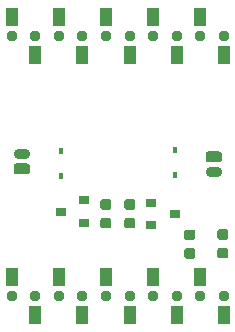
<source format=gts>
G04 #@! TF.GenerationSoftware,KiCad,Pcbnew,(5.1.5)-3*
G04 #@! TF.CreationDate,2019-12-07T13:31:04+02:00*
G04 #@! TF.ProjectId,template,74656d70-6c61-4746-952e-6b696361645f,A*
G04 #@! TF.SameCoordinates,Original*
G04 #@! TF.FileFunction,Soldermask,Top*
G04 #@! TF.FilePolarity,Negative*
%FSLAX46Y46*%
G04 Gerber Fmt 4.6, Leading zero omitted, Abs format (unit mm)*
G04 Created by KiCad (PCBNEW (5.1.5)-3) date 2019-12-07 13:31:04*
%MOMM*%
%LPD*%
G04 APERTURE LIST*
%ADD10R,1.000000X1.600000*%
%ADD11C,0.950000*%
%ADD12R,0.450000X0.600000*%
%ADD13C,0.150000*%
%ADD14O,1.400000X0.900000*%
%ADD15R,0.900000X0.800000*%
G04 APERTURE END LIST*
D10*
X148001000Y-87600920D03*
X146001000Y-84400920D03*
X144001000Y-87600920D03*
X142001000Y-84400920D03*
X140001000Y-87600920D03*
X138001000Y-84400920D03*
X136001000Y-87600920D03*
X134001000Y-84400920D03*
X132001000Y-87600920D03*
X130001000Y-84400920D03*
D11*
X148001000Y-86000920D03*
X146001000Y-86000920D03*
X144001000Y-86000920D03*
X142001000Y-86000920D03*
X140001000Y-86000920D03*
X138001000Y-86000920D03*
X136001000Y-86000920D03*
X134001000Y-86000920D03*
X132001000Y-86000920D03*
X130001000Y-86000920D03*
D10*
X148001000Y-109600920D03*
X146001000Y-106400920D03*
X144001000Y-109600920D03*
X142001000Y-106400920D03*
X140001000Y-109600920D03*
X138001000Y-106400920D03*
X136001000Y-109600920D03*
X134001000Y-106400920D03*
X132001000Y-109600920D03*
X130001000Y-106400920D03*
D11*
X148001000Y-108000920D03*
X146001000Y-108000920D03*
X144001000Y-108000920D03*
X142001000Y-108000920D03*
X140001000Y-108000920D03*
X138001000Y-108000920D03*
X136001000Y-108000920D03*
X134001000Y-108000920D03*
X132001000Y-108000920D03*
X130001000Y-108000920D03*
D12*
X134175000Y-95730920D03*
X134175000Y-97830920D03*
X143827000Y-97796920D03*
X143827000Y-95696920D03*
D13*
G36*
X131370054Y-96806003D02*
G01*
X131391895Y-96809243D01*
X131413314Y-96814608D01*
X131434104Y-96822047D01*
X131454064Y-96831488D01*
X131473003Y-96842839D01*
X131490738Y-96855993D01*
X131507099Y-96870821D01*
X131521927Y-96887182D01*
X131535081Y-96904917D01*
X131546432Y-96923856D01*
X131555873Y-96943816D01*
X131563312Y-96964606D01*
X131568677Y-96986025D01*
X131571917Y-97007866D01*
X131573000Y-97029920D01*
X131573000Y-97479920D01*
X131571917Y-97501974D01*
X131568677Y-97523815D01*
X131563312Y-97545234D01*
X131555873Y-97566024D01*
X131546432Y-97585984D01*
X131535081Y-97604923D01*
X131521927Y-97622658D01*
X131507099Y-97639019D01*
X131490738Y-97653847D01*
X131473003Y-97667001D01*
X131454064Y-97678352D01*
X131434104Y-97687793D01*
X131413314Y-97695232D01*
X131391895Y-97700597D01*
X131370054Y-97703837D01*
X131348000Y-97704920D01*
X130398000Y-97704920D01*
X130375946Y-97703837D01*
X130354105Y-97700597D01*
X130332686Y-97695232D01*
X130311896Y-97687793D01*
X130291936Y-97678352D01*
X130272997Y-97667001D01*
X130255262Y-97653847D01*
X130238901Y-97639019D01*
X130224073Y-97622658D01*
X130210919Y-97604923D01*
X130199568Y-97585984D01*
X130190127Y-97566024D01*
X130182688Y-97545234D01*
X130177323Y-97523815D01*
X130174083Y-97501974D01*
X130173000Y-97479920D01*
X130173000Y-97029920D01*
X130174083Y-97007866D01*
X130177323Y-96986025D01*
X130182688Y-96964606D01*
X130190127Y-96943816D01*
X130199568Y-96923856D01*
X130210919Y-96904917D01*
X130224073Y-96887182D01*
X130238901Y-96870821D01*
X130255262Y-96855993D01*
X130272997Y-96842839D01*
X130291936Y-96831488D01*
X130311896Y-96822047D01*
X130332686Y-96814608D01*
X130354105Y-96809243D01*
X130375946Y-96806003D01*
X130398000Y-96804920D01*
X131348000Y-96804920D01*
X131370054Y-96806003D01*
G37*
D14*
X130873000Y-96004920D03*
X147129000Y-97488920D03*
D13*
G36*
X147626054Y-95790003D02*
G01*
X147647895Y-95793243D01*
X147669314Y-95798608D01*
X147690104Y-95806047D01*
X147710064Y-95815488D01*
X147729003Y-95826839D01*
X147746738Y-95839993D01*
X147763099Y-95854821D01*
X147777927Y-95871182D01*
X147791081Y-95888917D01*
X147802432Y-95907856D01*
X147811873Y-95927816D01*
X147819312Y-95948606D01*
X147824677Y-95970025D01*
X147827917Y-95991866D01*
X147829000Y-96013920D01*
X147829000Y-96463920D01*
X147827917Y-96485974D01*
X147824677Y-96507815D01*
X147819312Y-96529234D01*
X147811873Y-96550024D01*
X147802432Y-96569984D01*
X147791081Y-96588923D01*
X147777927Y-96606658D01*
X147763099Y-96623019D01*
X147746738Y-96637847D01*
X147729003Y-96651001D01*
X147710064Y-96662352D01*
X147690104Y-96671793D01*
X147669314Y-96679232D01*
X147647895Y-96684597D01*
X147626054Y-96687837D01*
X147604000Y-96688920D01*
X146654000Y-96688920D01*
X146631946Y-96687837D01*
X146610105Y-96684597D01*
X146588686Y-96679232D01*
X146567896Y-96671793D01*
X146547936Y-96662352D01*
X146528997Y-96651001D01*
X146511262Y-96637847D01*
X146494901Y-96623019D01*
X146480073Y-96606658D01*
X146466919Y-96588923D01*
X146455568Y-96569984D01*
X146446127Y-96550024D01*
X146438688Y-96529234D01*
X146433323Y-96507815D01*
X146430083Y-96485974D01*
X146429000Y-96463920D01*
X146429000Y-96013920D01*
X146430083Y-95991866D01*
X146433323Y-95970025D01*
X146438688Y-95948606D01*
X146446127Y-95927816D01*
X146455568Y-95907856D01*
X146466919Y-95888917D01*
X146480073Y-95871182D01*
X146494901Y-95854821D01*
X146511262Y-95839993D01*
X146528997Y-95826839D01*
X146547936Y-95815488D01*
X146567896Y-95806047D01*
X146588686Y-95798608D01*
X146610105Y-95793243D01*
X146631946Y-95790003D01*
X146654000Y-95788920D01*
X147604000Y-95788920D01*
X147626054Y-95790003D01*
G37*
D15*
X136175000Y-101826920D03*
X136175000Y-99926920D03*
X134175000Y-100876920D03*
X143827000Y-101064920D03*
X141827000Y-102014920D03*
X141827000Y-100114920D03*
D13*
G36*
X148168691Y-103955973D02*
G01*
X148189926Y-103959123D01*
X148210750Y-103964339D01*
X148230962Y-103971571D01*
X148250368Y-103980750D01*
X148268781Y-103991786D01*
X148286024Y-104004574D01*
X148301930Y-104018990D01*
X148316346Y-104034896D01*
X148329134Y-104052139D01*
X148340170Y-104070552D01*
X148349349Y-104089958D01*
X148356581Y-104110170D01*
X148361797Y-104130994D01*
X148364947Y-104152229D01*
X148366000Y-104173670D01*
X148366000Y-104611170D01*
X148364947Y-104632611D01*
X148361797Y-104653846D01*
X148356581Y-104674670D01*
X148349349Y-104694882D01*
X148340170Y-104714288D01*
X148329134Y-104732701D01*
X148316346Y-104749944D01*
X148301930Y-104765850D01*
X148286024Y-104780266D01*
X148268781Y-104793054D01*
X148250368Y-104804090D01*
X148230962Y-104813269D01*
X148210750Y-104820501D01*
X148189926Y-104825717D01*
X148168691Y-104828867D01*
X148147250Y-104829920D01*
X147634750Y-104829920D01*
X147613309Y-104828867D01*
X147592074Y-104825717D01*
X147571250Y-104820501D01*
X147551038Y-104813269D01*
X147531632Y-104804090D01*
X147513219Y-104793054D01*
X147495976Y-104780266D01*
X147480070Y-104765850D01*
X147465654Y-104749944D01*
X147452866Y-104732701D01*
X147441830Y-104714288D01*
X147432651Y-104694882D01*
X147425419Y-104674670D01*
X147420203Y-104653846D01*
X147417053Y-104632611D01*
X147416000Y-104611170D01*
X147416000Y-104173670D01*
X147417053Y-104152229D01*
X147420203Y-104130994D01*
X147425419Y-104110170D01*
X147432651Y-104089958D01*
X147441830Y-104070552D01*
X147452866Y-104052139D01*
X147465654Y-104034896D01*
X147480070Y-104018990D01*
X147495976Y-104004574D01*
X147513219Y-103991786D01*
X147531632Y-103980750D01*
X147551038Y-103971571D01*
X147571250Y-103964339D01*
X147592074Y-103959123D01*
X147613309Y-103955973D01*
X147634750Y-103954920D01*
X148147250Y-103954920D01*
X148168691Y-103955973D01*
G37*
G36*
X148168691Y-102380973D02*
G01*
X148189926Y-102384123D01*
X148210750Y-102389339D01*
X148230962Y-102396571D01*
X148250368Y-102405750D01*
X148268781Y-102416786D01*
X148286024Y-102429574D01*
X148301930Y-102443990D01*
X148316346Y-102459896D01*
X148329134Y-102477139D01*
X148340170Y-102495552D01*
X148349349Y-102514958D01*
X148356581Y-102535170D01*
X148361797Y-102555994D01*
X148364947Y-102577229D01*
X148366000Y-102598670D01*
X148366000Y-103036170D01*
X148364947Y-103057611D01*
X148361797Y-103078846D01*
X148356581Y-103099670D01*
X148349349Y-103119882D01*
X148340170Y-103139288D01*
X148329134Y-103157701D01*
X148316346Y-103174944D01*
X148301930Y-103190850D01*
X148286024Y-103205266D01*
X148268781Y-103218054D01*
X148250368Y-103229090D01*
X148230962Y-103238269D01*
X148210750Y-103245501D01*
X148189926Y-103250717D01*
X148168691Y-103253867D01*
X148147250Y-103254920D01*
X147634750Y-103254920D01*
X147613309Y-103253867D01*
X147592074Y-103250717D01*
X147571250Y-103245501D01*
X147551038Y-103238269D01*
X147531632Y-103229090D01*
X147513219Y-103218054D01*
X147495976Y-103205266D01*
X147480070Y-103190850D01*
X147465654Y-103174944D01*
X147452866Y-103157701D01*
X147441830Y-103139288D01*
X147432651Y-103119882D01*
X147425419Y-103099670D01*
X147420203Y-103078846D01*
X147417053Y-103057611D01*
X147416000Y-103036170D01*
X147416000Y-102598670D01*
X147417053Y-102577229D01*
X147420203Y-102555994D01*
X147425419Y-102535170D01*
X147432651Y-102514958D01*
X147441830Y-102495552D01*
X147452866Y-102477139D01*
X147465654Y-102459896D01*
X147480070Y-102443990D01*
X147495976Y-102429574D01*
X147513219Y-102416786D01*
X147531632Y-102405750D01*
X147551038Y-102396571D01*
X147571250Y-102389339D01*
X147592074Y-102384123D01*
X147613309Y-102380973D01*
X147634750Y-102379920D01*
X148147250Y-102379920D01*
X148168691Y-102380973D01*
G37*
G36*
X138262691Y-101415973D02*
G01*
X138283926Y-101419123D01*
X138304750Y-101424339D01*
X138324962Y-101431571D01*
X138344368Y-101440750D01*
X138362781Y-101451786D01*
X138380024Y-101464574D01*
X138395930Y-101478990D01*
X138410346Y-101494896D01*
X138423134Y-101512139D01*
X138434170Y-101530552D01*
X138443349Y-101549958D01*
X138450581Y-101570170D01*
X138455797Y-101590994D01*
X138458947Y-101612229D01*
X138460000Y-101633670D01*
X138460000Y-102071170D01*
X138458947Y-102092611D01*
X138455797Y-102113846D01*
X138450581Y-102134670D01*
X138443349Y-102154882D01*
X138434170Y-102174288D01*
X138423134Y-102192701D01*
X138410346Y-102209944D01*
X138395930Y-102225850D01*
X138380024Y-102240266D01*
X138362781Y-102253054D01*
X138344368Y-102264090D01*
X138324962Y-102273269D01*
X138304750Y-102280501D01*
X138283926Y-102285717D01*
X138262691Y-102288867D01*
X138241250Y-102289920D01*
X137728750Y-102289920D01*
X137707309Y-102288867D01*
X137686074Y-102285717D01*
X137665250Y-102280501D01*
X137645038Y-102273269D01*
X137625632Y-102264090D01*
X137607219Y-102253054D01*
X137589976Y-102240266D01*
X137574070Y-102225850D01*
X137559654Y-102209944D01*
X137546866Y-102192701D01*
X137535830Y-102174288D01*
X137526651Y-102154882D01*
X137519419Y-102134670D01*
X137514203Y-102113846D01*
X137511053Y-102092611D01*
X137510000Y-102071170D01*
X137510000Y-101633670D01*
X137511053Y-101612229D01*
X137514203Y-101590994D01*
X137519419Y-101570170D01*
X137526651Y-101549958D01*
X137535830Y-101530552D01*
X137546866Y-101512139D01*
X137559654Y-101494896D01*
X137574070Y-101478990D01*
X137589976Y-101464574D01*
X137607219Y-101451786D01*
X137625632Y-101440750D01*
X137645038Y-101431571D01*
X137665250Y-101424339D01*
X137686074Y-101419123D01*
X137707309Y-101415973D01*
X137728750Y-101414920D01*
X138241250Y-101414920D01*
X138262691Y-101415973D01*
G37*
G36*
X138262691Y-99840973D02*
G01*
X138283926Y-99844123D01*
X138304750Y-99849339D01*
X138324962Y-99856571D01*
X138344368Y-99865750D01*
X138362781Y-99876786D01*
X138380024Y-99889574D01*
X138395930Y-99903990D01*
X138410346Y-99919896D01*
X138423134Y-99937139D01*
X138434170Y-99955552D01*
X138443349Y-99974958D01*
X138450581Y-99995170D01*
X138455797Y-100015994D01*
X138458947Y-100037229D01*
X138460000Y-100058670D01*
X138460000Y-100496170D01*
X138458947Y-100517611D01*
X138455797Y-100538846D01*
X138450581Y-100559670D01*
X138443349Y-100579882D01*
X138434170Y-100599288D01*
X138423134Y-100617701D01*
X138410346Y-100634944D01*
X138395930Y-100650850D01*
X138380024Y-100665266D01*
X138362781Y-100678054D01*
X138344368Y-100689090D01*
X138324962Y-100698269D01*
X138304750Y-100705501D01*
X138283926Y-100710717D01*
X138262691Y-100713867D01*
X138241250Y-100714920D01*
X137728750Y-100714920D01*
X137707309Y-100713867D01*
X137686074Y-100710717D01*
X137665250Y-100705501D01*
X137645038Y-100698269D01*
X137625632Y-100689090D01*
X137607219Y-100678054D01*
X137589976Y-100665266D01*
X137574070Y-100650850D01*
X137559654Y-100634944D01*
X137546866Y-100617701D01*
X137535830Y-100599288D01*
X137526651Y-100579882D01*
X137519419Y-100559670D01*
X137514203Y-100538846D01*
X137511053Y-100517611D01*
X137510000Y-100496170D01*
X137510000Y-100058670D01*
X137511053Y-100037229D01*
X137514203Y-100015994D01*
X137519419Y-99995170D01*
X137526651Y-99974958D01*
X137535830Y-99955552D01*
X137546866Y-99937139D01*
X137559654Y-99919896D01*
X137574070Y-99903990D01*
X137589976Y-99889574D01*
X137607219Y-99876786D01*
X137625632Y-99865750D01*
X137645038Y-99856571D01*
X137665250Y-99849339D01*
X137686074Y-99844123D01*
X137707309Y-99840973D01*
X137728750Y-99839920D01*
X138241250Y-99839920D01*
X138262691Y-99840973D01*
G37*
G36*
X145374691Y-103981473D02*
G01*
X145395926Y-103984623D01*
X145416750Y-103989839D01*
X145436962Y-103997071D01*
X145456368Y-104006250D01*
X145474781Y-104017286D01*
X145492024Y-104030074D01*
X145507930Y-104044490D01*
X145522346Y-104060396D01*
X145535134Y-104077639D01*
X145546170Y-104096052D01*
X145555349Y-104115458D01*
X145562581Y-104135670D01*
X145567797Y-104156494D01*
X145570947Y-104177729D01*
X145572000Y-104199170D01*
X145572000Y-104636670D01*
X145570947Y-104658111D01*
X145567797Y-104679346D01*
X145562581Y-104700170D01*
X145555349Y-104720382D01*
X145546170Y-104739788D01*
X145535134Y-104758201D01*
X145522346Y-104775444D01*
X145507930Y-104791350D01*
X145492024Y-104805766D01*
X145474781Y-104818554D01*
X145456368Y-104829590D01*
X145436962Y-104838769D01*
X145416750Y-104846001D01*
X145395926Y-104851217D01*
X145374691Y-104854367D01*
X145353250Y-104855420D01*
X144840750Y-104855420D01*
X144819309Y-104854367D01*
X144798074Y-104851217D01*
X144777250Y-104846001D01*
X144757038Y-104838769D01*
X144737632Y-104829590D01*
X144719219Y-104818554D01*
X144701976Y-104805766D01*
X144686070Y-104791350D01*
X144671654Y-104775444D01*
X144658866Y-104758201D01*
X144647830Y-104739788D01*
X144638651Y-104720382D01*
X144631419Y-104700170D01*
X144626203Y-104679346D01*
X144623053Y-104658111D01*
X144622000Y-104636670D01*
X144622000Y-104199170D01*
X144623053Y-104177729D01*
X144626203Y-104156494D01*
X144631419Y-104135670D01*
X144638651Y-104115458D01*
X144647830Y-104096052D01*
X144658866Y-104077639D01*
X144671654Y-104060396D01*
X144686070Y-104044490D01*
X144701976Y-104030074D01*
X144719219Y-104017286D01*
X144737632Y-104006250D01*
X144757038Y-103997071D01*
X144777250Y-103989839D01*
X144798074Y-103984623D01*
X144819309Y-103981473D01*
X144840750Y-103980420D01*
X145353250Y-103980420D01*
X145374691Y-103981473D01*
G37*
G36*
X145374691Y-102406473D02*
G01*
X145395926Y-102409623D01*
X145416750Y-102414839D01*
X145436962Y-102422071D01*
X145456368Y-102431250D01*
X145474781Y-102442286D01*
X145492024Y-102455074D01*
X145507930Y-102469490D01*
X145522346Y-102485396D01*
X145535134Y-102502639D01*
X145546170Y-102521052D01*
X145555349Y-102540458D01*
X145562581Y-102560670D01*
X145567797Y-102581494D01*
X145570947Y-102602729D01*
X145572000Y-102624170D01*
X145572000Y-103061670D01*
X145570947Y-103083111D01*
X145567797Y-103104346D01*
X145562581Y-103125170D01*
X145555349Y-103145382D01*
X145546170Y-103164788D01*
X145535134Y-103183201D01*
X145522346Y-103200444D01*
X145507930Y-103216350D01*
X145492024Y-103230766D01*
X145474781Y-103243554D01*
X145456368Y-103254590D01*
X145436962Y-103263769D01*
X145416750Y-103271001D01*
X145395926Y-103276217D01*
X145374691Y-103279367D01*
X145353250Y-103280420D01*
X144840750Y-103280420D01*
X144819309Y-103279367D01*
X144798074Y-103276217D01*
X144777250Y-103271001D01*
X144757038Y-103263769D01*
X144737632Y-103254590D01*
X144719219Y-103243554D01*
X144701976Y-103230766D01*
X144686070Y-103216350D01*
X144671654Y-103200444D01*
X144658866Y-103183201D01*
X144647830Y-103164788D01*
X144638651Y-103145382D01*
X144631419Y-103125170D01*
X144626203Y-103104346D01*
X144623053Y-103083111D01*
X144622000Y-103061670D01*
X144622000Y-102624170D01*
X144623053Y-102602729D01*
X144626203Y-102581494D01*
X144631419Y-102560670D01*
X144638651Y-102540458D01*
X144647830Y-102521052D01*
X144658866Y-102502639D01*
X144671654Y-102485396D01*
X144686070Y-102469490D01*
X144701976Y-102455074D01*
X144719219Y-102442286D01*
X144737632Y-102431250D01*
X144757038Y-102422071D01*
X144777250Y-102414839D01*
X144798074Y-102409623D01*
X144819309Y-102406473D01*
X144840750Y-102405420D01*
X145353250Y-102405420D01*
X145374691Y-102406473D01*
G37*
G36*
X140294691Y-99840973D02*
G01*
X140315926Y-99844123D01*
X140336750Y-99849339D01*
X140356962Y-99856571D01*
X140376368Y-99865750D01*
X140394781Y-99876786D01*
X140412024Y-99889574D01*
X140427930Y-99903990D01*
X140442346Y-99919896D01*
X140455134Y-99937139D01*
X140466170Y-99955552D01*
X140475349Y-99974958D01*
X140482581Y-99995170D01*
X140487797Y-100015994D01*
X140490947Y-100037229D01*
X140492000Y-100058670D01*
X140492000Y-100496170D01*
X140490947Y-100517611D01*
X140487797Y-100538846D01*
X140482581Y-100559670D01*
X140475349Y-100579882D01*
X140466170Y-100599288D01*
X140455134Y-100617701D01*
X140442346Y-100634944D01*
X140427930Y-100650850D01*
X140412024Y-100665266D01*
X140394781Y-100678054D01*
X140376368Y-100689090D01*
X140356962Y-100698269D01*
X140336750Y-100705501D01*
X140315926Y-100710717D01*
X140294691Y-100713867D01*
X140273250Y-100714920D01*
X139760750Y-100714920D01*
X139739309Y-100713867D01*
X139718074Y-100710717D01*
X139697250Y-100705501D01*
X139677038Y-100698269D01*
X139657632Y-100689090D01*
X139639219Y-100678054D01*
X139621976Y-100665266D01*
X139606070Y-100650850D01*
X139591654Y-100634944D01*
X139578866Y-100617701D01*
X139567830Y-100599288D01*
X139558651Y-100579882D01*
X139551419Y-100559670D01*
X139546203Y-100538846D01*
X139543053Y-100517611D01*
X139542000Y-100496170D01*
X139542000Y-100058670D01*
X139543053Y-100037229D01*
X139546203Y-100015994D01*
X139551419Y-99995170D01*
X139558651Y-99974958D01*
X139567830Y-99955552D01*
X139578866Y-99937139D01*
X139591654Y-99919896D01*
X139606070Y-99903990D01*
X139621976Y-99889574D01*
X139639219Y-99876786D01*
X139657632Y-99865750D01*
X139677038Y-99856571D01*
X139697250Y-99849339D01*
X139718074Y-99844123D01*
X139739309Y-99840973D01*
X139760750Y-99839920D01*
X140273250Y-99839920D01*
X140294691Y-99840973D01*
G37*
G36*
X140294691Y-101415973D02*
G01*
X140315926Y-101419123D01*
X140336750Y-101424339D01*
X140356962Y-101431571D01*
X140376368Y-101440750D01*
X140394781Y-101451786D01*
X140412024Y-101464574D01*
X140427930Y-101478990D01*
X140442346Y-101494896D01*
X140455134Y-101512139D01*
X140466170Y-101530552D01*
X140475349Y-101549958D01*
X140482581Y-101570170D01*
X140487797Y-101590994D01*
X140490947Y-101612229D01*
X140492000Y-101633670D01*
X140492000Y-102071170D01*
X140490947Y-102092611D01*
X140487797Y-102113846D01*
X140482581Y-102134670D01*
X140475349Y-102154882D01*
X140466170Y-102174288D01*
X140455134Y-102192701D01*
X140442346Y-102209944D01*
X140427930Y-102225850D01*
X140412024Y-102240266D01*
X140394781Y-102253054D01*
X140376368Y-102264090D01*
X140356962Y-102273269D01*
X140336750Y-102280501D01*
X140315926Y-102285717D01*
X140294691Y-102288867D01*
X140273250Y-102289920D01*
X139760750Y-102289920D01*
X139739309Y-102288867D01*
X139718074Y-102285717D01*
X139697250Y-102280501D01*
X139677038Y-102273269D01*
X139657632Y-102264090D01*
X139639219Y-102253054D01*
X139621976Y-102240266D01*
X139606070Y-102225850D01*
X139591654Y-102209944D01*
X139578866Y-102192701D01*
X139567830Y-102174288D01*
X139558651Y-102154882D01*
X139551419Y-102134670D01*
X139546203Y-102113846D01*
X139543053Y-102092611D01*
X139542000Y-102071170D01*
X139542000Y-101633670D01*
X139543053Y-101612229D01*
X139546203Y-101590994D01*
X139551419Y-101570170D01*
X139558651Y-101549958D01*
X139567830Y-101530552D01*
X139578866Y-101512139D01*
X139591654Y-101494896D01*
X139606070Y-101478990D01*
X139621976Y-101464574D01*
X139639219Y-101451786D01*
X139657632Y-101440750D01*
X139677038Y-101431571D01*
X139697250Y-101424339D01*
X139718074Y-101419123D01*
X139739309Y-101415973D01*
X139760750Y-101414920D01*
X140273250Y-101414920D01*
X140294691Y-101415973D01*
G37*
M02*

</source>
